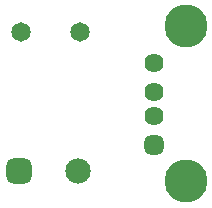
<source format=gbr>
%TF.GenerationSoftware,Altium Limited,Altium Designer,24.2.2 (26)*%
G04 Layer_Color=16711935*
%FSLAX45Y45*%
%MOMM*%
%TF.SameCoordinates,ED05C265-6832-4B09-BD0A-DE9E8D978F3E*%
%TF.FilePolarity,Negative*%
%TF.FileFunction,Soldermask,Bot*%
%TF.Part,Single*%
G01*
G75*
%TA.AperFunction,ComponentPad*%
%ADD27C,1.62000*%
G04:AMPARAMS|DCode=28|XSize=1.62mm|YSize=1.62mm|CornerRadius=0.455mm|HoleSize=0mm|Usage=FLASHONLY|Rotation=90.000|XOffset=0mm|YOffset=0mm|HoleType=Round|Shape=RoundedRectangle|*
%AMROUNDEDRECTD28*
21,1,1.62000,0.71000,0,0,90.0*
21,1,0.71000,1.62000,0,0,90.0*
1,1,0.91000,0.35500,0.35500*
1,1,0.91000,0.35500,-0.35500*
1,1,0.91000,-0.35500,-0.35500*
1,1,0.91000,-0.35500,0.35500*
%
%ADD28ROUNDEDRECTD28*%
%ADD29C,3.65000*%
%ADD30C,1.65000*%
G04:AMPARAMS|DCode=31|XSize=2.15mm|YSize=2.15mm|CornerRadius=0.5875mm|HoleSize=0mm|Usage=FLASHONLY|Rotation=0.000|XOffset=0mm|YOffset=0mm|HoleType=Round|Shape=RoundedRectangle|*
%AMROUNDEDRECTD31*
21,1,2.15000,0.97500,0,0,0.0*
21,1,0.97500,2.15000,0,0,0.0*
1,1,1.17500,0.48750,-0.48750*
1,1,1.17500,-0.48750,-0.48750*
1,1,1.17500,-0.48750,0.48750*
1,1,1.17500,0.48750,0.48750*
%
%ADD31ROUNDEDRECTD31*%
%ADD32C,2.15000*%
D27*
X5491000Y3350000D02*
D03*
Y3150000D02*
D03*
Y3600000D02*
D03*
D28*
Y2900000D02*
D03*
D29*
X5762000Y2593000D02*
D03*
Y3907000D02*
D03*
D30*
X4370000Y3855000D02*
D03*
X4870000D02*
D03*
D31*
X4350000Y2684998D02*
D03*
D32*
X4849999D02*
D03*
%TF.MD5,b249305634cff0c7efafb8395ef335bb*%
M02*

</source>
